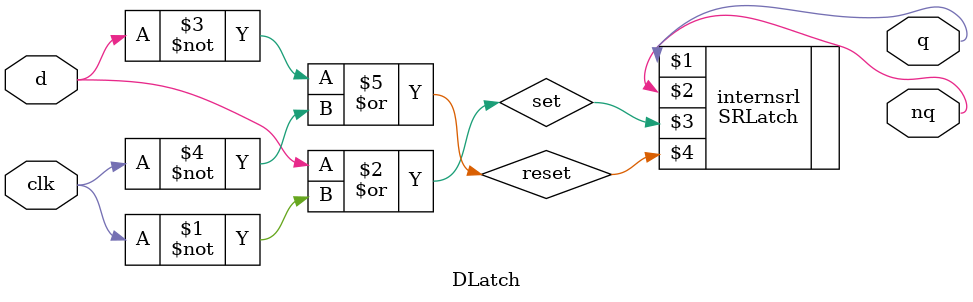
<source format=v>
module DLatch(output q, output nq, input d, input clk);
    wire set   =   d | ~clk;
    wire reset =  ~d | ~clk;

    SRLatch internsrl(q,nq,set,reset);
endmodule
</source>
